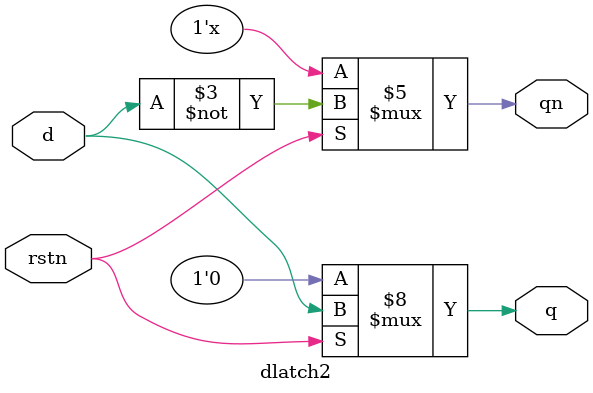
<source format=v>
module dlatch2(   input d,                    
                  input rstn,        
                  output reg q,
						output reg qn);     
 
   always @ (rstn or d)
      if (!rstn) begin
         q <= 0; end
      else begin
          q <= d; qn <= ~d; end
endmodule
</source>
